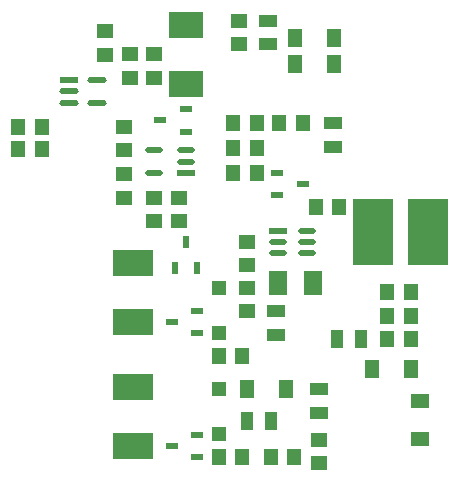
<source format=gtp>
G04*
G04 #@! TF.GenerationSoftware,Altium Limited,Altium Designer,24.9.1 (31)*
G04*
G04 Layer_Color=8421504*
%FSLAX24Y24*%
%MOIN*%
G70*
G04*
G04 #@! TF.SameCoordinates,EFE55B14-B155-4399-AD63-722DAA59AC23*
G04*
G04*
G04 #@! TF.FilePolarity,Positive*
G04*
G01*
G75*
%ADD24R,0.0606X0.0197*%
G04:AMPARAMS|DCode=25|XSize=60.6mil|YSize=19.7mil|CornerRadius=9.8mil|HoleSize=0mil|Usage=FLASHONLY|Rotation=0.000|XOffset=0mil|YOffset=0mil|HoleType=Round|Shape=RoundedRectangle|*
%AMROUNDEDRECTD25*
21,1,0.0606,0.0000,0,0,0.0*
21,1,0.0409,0.0197,0,0,0.0*
1,1,0.0197,0.0205,0.0000*
1,1,0.0197,-0.0205,0.0000*
1,1,0.0197,-0.0205,0.0000*
1,1,0.0197,0.0205,0.0000*
%
%ADD25ROUNDEDRECTD25*%
G04:AMPARAMS|DCode=26|XSize=64.5mil|YSize=19.7mil|CornerRadius=9.8mil|HoleSize=0mil|Usage=FLASHONLY|Rotation=0.000|XOffset=0mil|YOffset=0mil|HoleType=Round|Shape=RoundedRectangle|*
%AMROUNDEDRECTD26*
21,1,0.0645,0.0000,0,0,0.0*
21,1,0.0448,0.0197,0,0,0.0*
1,1,0.0197,0.0224,0.0000*
1,1,0.0197,-0.0224,0.0000*
1,1,0.0197,-0.0224,0.0000*
1,1,0.0197,0.0224,0.0000*
%
%ADD26ROUNDEDRECTD26*%
%ADD27R,0.0645X0.0197*%
%ADD28R,0.0433X0.0236*%
%ADD29R,0.0472X0.0591*%
%ADD30R,0.0591X0.0472*%
%ADD31R,0.0591X0.0394*%
%ADD32R,0.0394X0.0591*%
%ADD33R,0.0551X0.0472*%
%ADD34R,0.0472X0.0551*%
%ADD35R,0.0630X0.0787*%
%ADD36R,0.0472X0.0551*%
%ADD37R,0.0551X0.0472*%
%ADD38R,0.1378X0.2244*%
%ADD39R,0.0480X0.0472*%
%ADD40R,0.0236X0.0433*%
%ADD41R,0.1378X0.0906*%
%ADD42R,0.1181X0.0906*%
D24*
X9646Y11106D02*
D03*
X6567Y13032D02*
D03*
D25*
X9646Y10732D02*
D03*
Y10358D02*
D03*
X10603D02*
D03*
Y10732D02*
D03*
Y11106D02*
D03*
X5512Y13032D02*
D03*
Y13780D02*
D03*
X6567D02*
D03*
Y13406D02*
D03*
D26*
X3609Y16122D02*
D03*
Y15374D02*
D03*
X2690D02*
D03*
Y15748D02*
D03*
D27*
Y16122D02*
D03*
D28*
X6575Y14409D02*
D03*
Y15149D02*
D03*
X5715Y14779D02*
D03*
X6962Y3567D02*
D03*
Y4307D02*
D03*
X6102Y3937D02*
D03*
X9606Y13032D02*
D03*
Y12292D02*
D03*
X10466Y12661D02*
D03*
X6962Y7701D02*
D03*
Y8441D02*
D03*
X6102Y8071D02*
D03*
D29*
X8622Y5831D02*
D03*
X9909D02*
D03*
X14083Y6496D02*
D03*
X12795D02*
D03*
X11510Y17520D02*
D03*
X10222D02*
D03*
X11510Y16654D02*
D03*
X10222D02*
D03*
D30*
X14370Y4146D02*
D03*
Y5433D02*
D03*
D31*
X9567Y8413D02*
D03*
Y7626D02*
D03*
X9331Y18110D02*
D03*
Y17323D02*
D03*
X11024Y5831D02*
D03*
Y5043D02*
D03*
X11496Y13898D02*
D03*
Y14685D02*
D03*
D32*
X12402Y7480D02*
D03*
X11614D02*
D03*
X8622Y4764D02*
D03*
X9409D02*
D03*
D33*
X5512Y12205D02*
D03*
Y11417D02*
D03*
Y16988D02*
D03*
Y16200D02*
D03*
X4724Y16988D02*
D03*
Y16200D02*
D03*
D34*
X984Y14567D02*
D03*
X1772D02*
D03*
X984Y13819D02*
D03*
X1772D02*
D03*
X13295Y8268D02*
D03*
X14083D02*
D03*
X13295Y9055D02*
D03*
X14083D02*
D03*
X11693Y11894D02*
D03*
X10906D02*
D03*
D35*
X10827Y9354D02*
D03*
X9646D02*
D03*
D36*
X8465Y3567D02*
D03*
X7677D02*
D03*
X10197D02*
D03*
X9409D02*
D03*
X8150Y14685D02*
D03*
X8937D02*
D03*
X8937Y13858D02*
D03*
X8150D02*
D03*
X10472Y14685D02*
D03*
X9685D02*
D03*
X8150Y13032D02*
D03*
X8937D02*
D03*
X8465Y6937D02*
D03*
X7677D02*
D03*
X13295Y7480D02*
D03*
X14083D02*
D03*
D37*
X11024Y3346D02*
D03*
Y4134D02*
D03*
X4528Y14567D02*
D03*
Y13780D02*
D03*
Y12992D02*
D03*
Y12205D02*
D03*
X6339Y11417D02*
D03*
Y12205D02*
D03*
X8346Y18110D02*
D03*
Y17323D02*
D03*
X3898Y17756D02*
D03*
Y16968D02*
D03*
X8622Y8413D02*
D03*
Y9201D02*
D03*
Y10732D02*
D03*
Y9945D02*
D03*
D38*
X14665Y11048D02*
D03*
X12815D02*
D03*
D39*
X7677Y4331D02*
D03*
Y5831D02*
D03*
Y7701D02*
D03*
Y9201D02*
D03*
D40*
X6220Y9872D02*
D03*
X6960D02*
D03*
X6590Y10732D02*
D03*
D41*
X4823Y8071D02*
D03*
Y10039D02*
D03*
Y3937D02*
D03*
Y5906D02*
D03*
D42*
X6575Y17953D02*
D03*
Y15984D02*
D03*
M02*

</source>
